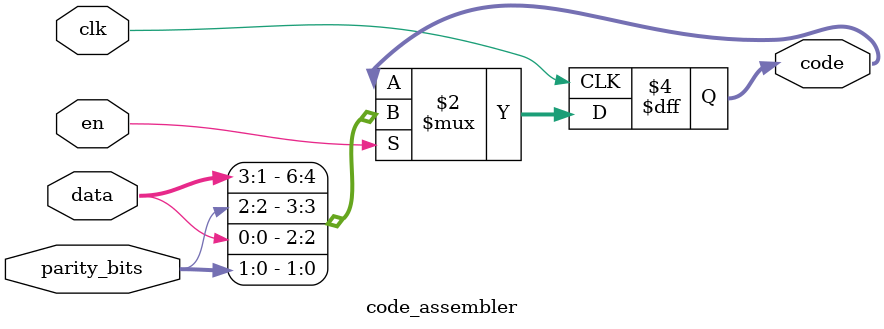
<source format=sv>
module hamming_parity_precalc (
    input clk, en,
    input [3:0] data,
    output [6:0] code
);
    // Internal signals
    wire [2:0] parity_bits;
    
    // Parity calculation submodule
    parity_calculator parity_calc_inst (
        .clk(clk),
        .en(en),
        .data(data),
        .parity_bits(parity_bits)
    );
    
    // Code word assembly submodule
    code_assembler code_asm_inst (
        .clk(clk),
        .en(en),
        .data(data),
        .parity_bits(parity_bits),
        .code(code)
    );
endmodule

module parity_calculator (
    input clk, en,
    input [3:0] data,
    output reg [2:0] parity_bits // {p4, p2, p1}
);
    always @(posedge clk) begin
        if (en) begin
            // Pre-calculate parity bits using parallel logic
            // p1 (bit 0) - covers positions 1,3,5,7
            parity_bits[0] <= data[0] ^ data[1] ^ data[3];
            // p2 (bit 1) - covers positions 2,3,6,7
            parity_bits[1] <= data[0] ^ data[2] ^ data[3];
            // p4 (bit 2) - covers positions 4,5,6,7
            parity_bits[2] <= data[1] ^ data[2] ^ data[3];
        end
    end
endmodule

module code_assembler (
    input clk, en,
    input [3:0] data,
    input [2:0] parity_bits, // {p4, p2, p1}
    output reg [6:0] code
);
    always @(posedge clk) begin
        if (en) begin
            // Assemble hamming code in the order: {d3, d2, d1, p4, d0, p2, p1}
            code <= {data[3:1], parity_bits[2], data[0], parity_bits[1:0]};
        end
    end
endmodule
</source>
